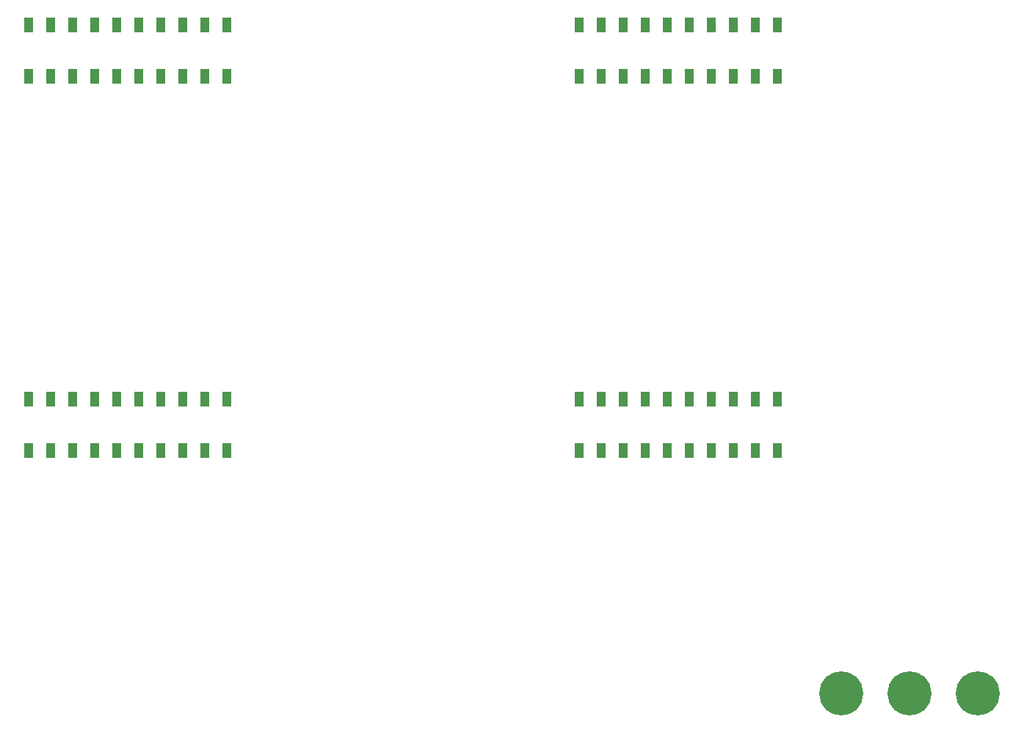
<source format=gbr>
%TF.GenerationSoftware,KiCad,Pcbnew,(5.1.4)-1*%
%TF.CreationDate,2020-11-25T20:19:59-06:00*%
%TF.ProjectId,Armboard,41726d62-6f61-4726-942e-6b696361645f,rev?*%
%TF.SameCoordinates,Original*%
%TF.FileFunction,Paste,Bot*%
%TF.FilePolarity,Positive*%
%FSLAX46Y46*%
G04 Gerber Fmt 4.6, Leading zero omitted, Abs format (unit mm)*
G04 Created by KiCad (PCBNEW (5.1.4)-1) date 2020-11-25 20:19:59*
%MOMM*%
%LPD*%
G04 APERTURE LIST*
%ADD10R,0.990600X1.778000*%
%ADD11C,5.080000*%
G04 APERTURE END LIST*
D10*
%TO.C,U2*%
X99314000Y-54965600D03*
X96774000Y-54965600D03*
X94234000Y-54965600D03*
X91694000Y-54965600D03*
X89154000Y-54965600D03*
X86614000Y-54965600D03*
X84074000Y-54965600D03*
X81534000Y-54965600D03*
X78994000Y-54965600D03*
X76454000Y-54965600D03*
X99314000Y-60858400D03*
X96774000Y-60858400D03*
X94234000Y-60858400D03*
X91694000Y-60858400D03*
X89154000Y-60858400D03*
X86614000Y-60858400D03*
X84074000Y-60858400D03*
X81534000Y-60858400D03*
X78994000Y-60858400D03*
X76454000Y-60858400D03*
X99314000Y-104038400D03*
X96774000Y-104038400D03*
X94234000Y-104038400D03*
X91694000Y-104038400D03*
X89154000Y-104038400D03*
X86614000Y-104038400D03*
X84074000Y-104038400D03*
X81534000Y-104038400D03*
X78994000Y-104038400D03*
X76454000Y-104038400D03*
X99314000Y-98145600D03*
X96774000Y-98145600D03*
X94234000Y-98145600D03*
X91694000Y-98145600D03*
X89154000Y-98145600D03*
X86614000Y-98145600D03*
X84074000Y-98145600D03*
X81534000Y-98145600D03*
X78994000Y-98145600D03*
X76454000Y-98145600D03*
X145034000Y-54965600D03*
X142494000Y-54965600D03*
X139954000Y-54965600D03*
X162814000Y-60858400D03*
X160274000Y-60858400D03*
X157734000Y-60858400D03*
X155194000Y-60858400D03*
X152654000Y-60858400D03*
X150114000Y-60858400D03*
X147574000Y-60858400D03*
X145034000Y-60858400D03*
X142494000Y-60858400D03*
X139954000Y-60858400D03*
X162814000Y-104038400D03*
X157734000Y-104038400D03*
X152654000Y-104038400D03*
X150114000Y-104038400D03*
X147574000Y-104038400D03*
X145034000Y-104038400D03*
X142494000Y-104038400D03*
X162814000Y-98145600D03*
X157734000Y-98145600D03*
X147574000Y-98145600D03*
X145034000Y-98145600D03*
X142494000Y-98145600D03*
X139954000Y-98145600D03*
X152654000Y-98145600D03*
X155194000Y-98145600D03*
X160274000Y-104038400D03*
X147574000Y-54965600D03*
X150114000Y-54965600D03*
X160274000Y-98145600D03*
X155194000Y-104038400D03*
X157734000Y-54965600D03*
X155194000Y-54965600D03*
X150114000Y-98145600D03*
X152654000Y-54965600D03*
X160274000Y-54965600D03*
X162814000Y-54965600D03*
X139954000Y-104038400D03*
%TD*%
D11*
%TO.C,Conn1*%
X185928000Y-132080000D03*
X178054000Y-132080000D03*
X170180000Y-132080000D03*
%TD*%
M02*

</source>
